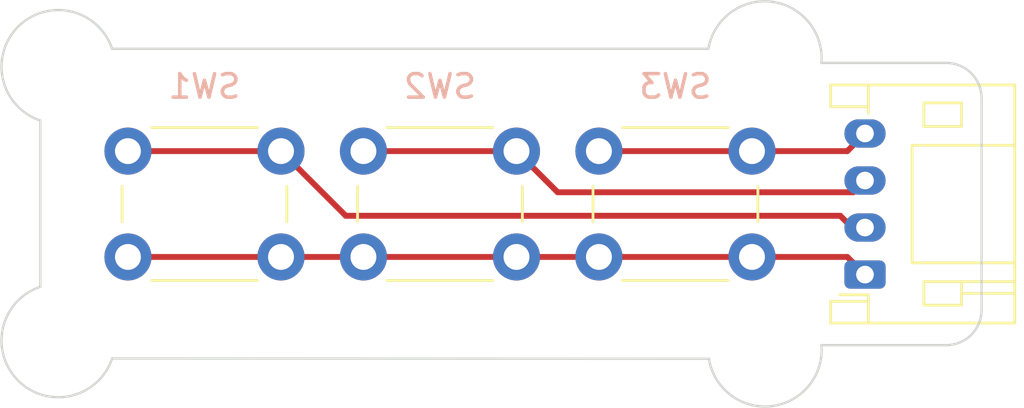
<source format=kicad_pcb>
(kicad_pcb (version 20211014) (generator pcbnew)
  (layers (0 "F.Cu" signal) (31 "B.Cu" signal) (34 "B.Paste" user) (35 "F.Paste" user) (36 "B.SilkS" user "B.Silkscreen") (37 "F.SilkS" user "F.Silkscreen") (38 "B.Mask" user) (39 "F.Mask" user) (44 "Edge.Cuts" user))
  (net 0 "")
  (net 1 "Net-(J1-Pad1)")
  (net 2 "Net-(J1-Pad2)")
  (net 3 "Net-(J1-Pad3)")
  (net 4 "Net-(J1-Pad4)")
  (footprint "MountingHole:MountingHole_2.2mm_M2" (layer "F.Cu") (at 113.8 71.2)
    (fp_text reference "REF**" hide)
    (fp_text value "MountingHole_2.2mm_M2" hide)
    (pad "" np_thru_hole circle locked (at 0 0) (size 2.2 2.2) (drill 2.2) (layers F&B.Cu *.Mask))
  )
  (footprint "Button_Switch_THT:SW_PUSH_6mm_H5mm" (layer "F.Cu") (at 116.75 74.75)
    (fp_text reference "SW1" (at 3.25 -2.75) (layer "B.SilkS") (effects (justify mirror)))
    (fp_text value "Select" hide)
    (fp_line (start 5.5 -1) (end 1 -1) (layer "F.SilkS") (width 0.12))
    (fp_line (start 6.75 3) (end 6.75 1.5) (layer "F.SilkS") (width 0.12))
    (fp_line (start -0.25 1.5) (end -0.25 3) (layer "F.SilkS") (width 0.12))
    (fp_line (start 1 5.5) (end 5.5 5.5) (layer "F.SilkS") (width 0.12))
    (pad "1" thru_hole circle (at 0 0 90) (size 2 2) (drill 1.1) (layers *.Cu *.Mask) (net 2 "Net-(J1-Pad2)"))
    (pad "1" thru_hole circle (at 6.5 0 90) (size 2 2) (drill 1.1) (layers *.Cu *.Mask) (net 2 "Net-(J1-Pad2)"))
    (pad "2" thru_hole circle (at 0 4.5 90) (size 2 2) (drill 1.1) (layers *.Cu *.Mask) (net 1 "Net-(J1-Pad1)"))
    (pad "2" thru_hole circle (at 6.5 4.5 90) (size 2 2) (drill 1.1) (layers *.Cu *.Mask) (net 1 "Net-(J1-Pad1)"))
  )
  (footprint "Connector_JST:JST_PH_S4B-PH-K_1x04_P2.00mm_Horizontal" (layer "F.Cu") (at 148.05 80 90)
    (fp_text reference "J1" hide)
    (fp_text value "Conn_01x04" hide)
    (fp_line (start -0.8 4.1) (end -0.8 6.36) (layer "F.SilkS") (width 0.12))
    (fp_line (start 0.5 2) (end 5.5 2) (layer "F.SilkS") (width 0.12))
    (fp_line (start 7.3 2.5) (end 7.3 4.1) (layer "F.SilkS") (width 0.12))
    (fp_line (start -2.06 0.14) (end -1.14 0.14) (layer "F.SilkS") (width 0.12))
    (fp_line (start -1.14 -1.46) (end -2.06 -1.46) (layer "F.SilkS") (width 0.12))
    (fp_line (start -0.86 0.14) (end -1.14 0.14) (layer "F.SilkS") (width 0.12))
    (fp_line (start -2.06 -1.46) (end -2.06 6.36) (layer "F.SilkS") (width 0.12))
    (fp_line (start -1.3 4.1) (end -0.3 4.1) (layer "F.SilkS") (width 0.12))
    (fp_line (start 0.5 6.36) (end 0.5 2) (layer "F.SilkS") (width 0.12))
    (fp_line (start 7.14 0.14) (end 6.86 0.14) (layer "F.SilkS") (width 0.12))
    (fp_line (start -1.3 2.5) (end -1.3 4.1) (layer "F.SilkS") (width 0.12))
    (fp_line (start 5.5 2) (end 5.5 6.36) (layer "F.SilkS") (width 0.12))
    (fp_line (start 6.3 4.1) (end 6.3 2.5) (layer "F.SilkS") (width 0.12))
    (fp_line (start 7.3 4.1) (end 6.3 4.1) (layer "F.SilkS") (width 0.12))
    (fp_line (start 7.14 -1.46) (end 7.14 0.14) (layer "F.SilkS") (width 0.12))
    (fp_line (start -0.3 4.1) (end -0.3 2.5) (layer "F.SilkS") (width 0.12))
    (fp_line (start -2.06 6.36) (end 8.06 6.36) (layer "F.SilkS") (width 0.12))
    (fp_line (start 8.06 6.36) (end 8.06 -1.46) (layer "F.SilkS") (width 0.12))
    (fp_line (start -0.3 2.5) (end -1.3 2.5) (layer "F.SilkS") (width 0.12))
    (fp_line (start 6.3 2.5) (end 7.3 2.5) (layer "F.SilkS") (width 0.12))
    (fp_line (start -1.14 0.14) (end -1.14 -1.46) (layer "F.SilkS") (width 0.12))
    (fp_line (start 8.06 -1.46) (end 7.14 -1.46) (layer "F.SilkS") (width 0.12))
    (fp_line (start -0.3 4.1) (end -0.3 6.36) (layer "F.SilkS") (width 0.12))
    (fp_line (start 8.06 0.14) (end 7.14 0.14) (layer "F.SilkS") (width 0.12))
    (fp_line (start -0.86 0.14) (end -0.86 -1.075) (layer "F.SilkS") (width 0.12))
    (pad "1" thru_hole roundrect (at 0 0 90) (size 1.2 1.75) (drill 0.75) (layers *.Cu *.Mask) (roundrect_rratio 0.2083333333) (net 1 "Net-(J1-Pad1)"))
    (pad "2" thru_hole oval (at 2 0 90) (size 1.2 1.75) (drill 0.75) (layers *.Cu *.Mask) (net 2 "Net-(J1-Pad2)"))
    (pad "3" thru_hole oval (at 4 0 90) (size 1.2 1.75) (drill 0.75) (layers *.Cu *.Mask) (net 3 "Net-(J1-Pad3)"))
    (pad "4" thru_hole oval (at 6 0 90) (size 1.2 1.75) (drill 0.75) (layers *.Cu *.Mask) (net 4 "Net-(J1-Pad4)"))
  )
  (footprint "Button_Switch_THT:SW_PUSH_6mm_H5mm" (layer "F.Cu") (at 136.75 74.75)
    (fp_text reference "SW3" (at 3.25 -2.75) (layer "B.SilkS") (effects (justify mirror)))
    (fp_text value "Start" hide)
    (fp_line (start -0.25 1.5) (end -0.25 3) (layer "F.SilkS") (width 0.12))
    (fp_line (start 6.75 3) (end 6.75 1.5) (layer "F.SilkS") (width 0.12))
    (fp_line (start 5.5 -1) (end 1 -1) (layer "F.SilkS") (width 0.12))
    (fp_line (start 1 5.5) (end 5.5 5.5) (layer "F.SilkS") (width 0.12))
    (pad "1" thru_hole circle (at 0 0 90) (size 2 2) (drill 1.1) (layers *.Cu *.Mask) (net 4 "Net-(J1-Pad4)"))
    (pad "1" thru_hole circle (at 6.5 0 90) (size 2 2) (drill 1.1) (layers *.Cu *.Mask) (net 4 "Net-(J1-Pad4)"))
    (pad "2" thru_hole circle (at 0 4.5 90) (size 2 2) (drill 1.1) (layers *.Cu *.Mask) (net 1 "Net-(J1-Pad1)"))
    (pad "2" thru_hole circle (at 6.5 4.5 90) (size 2 2) (drill 1.1) (layers *.Cu *.Mask) (net 1 "Net-(J1-Pad1)"))
  )
  (footprint "Button_Switch_THT:SW_PUSH_6mm_H5mm" (layer "F.Cu") (at 126.75 74.75)
    (fp_text reference "SW2" (at 3.25 -2.75) (layer "B.SilkS") (effects (justify mirror)))
    (fp_text value "OS" hide)
    (fp_line (start 1 5.5) (end 5.5 5.5) (layer "F.SilkS") (width 0.12))
    (fp_line (start 6.75 3) (end 6.75 1.5) (layer "F.SilkS") (width 0.12))
    (fp_line (start -0.25 1.5) (end -0.25 3) (layer "F.SilkS") (width 0.12))
    (fp_line (start 5.5 -1) (end 1 -1) (layer "F.SilkS") (width 0.12))
    (pad "1" thru_hole circle (at 0 0 90) (size 2 2) (drill 1.1) (layers *.Cu *.Mask) (net 3 "Net-(J1-Pad3)"))
    (pad "1" thru_hole circle (at 6.5 0 90) (size 2 2) (drill 1.1) (layers *.Cu *.Mask) (net 3 "Net-(J1-Pad3)"))
    (pad "2" thru_hole circle (at 6.5 4.5 90) (size 2 2) (drill 1.1) (layers *.Cu *.Mask) (net 1 "Net-(J1-Pad1)"))
    (pad "2" thru_hole circle (at 0 4.5 90) (size 2 2) (drill 1.1) (layers *.Cu *.Mask) (net 1 "Net-(J1-Pad1)"))
  )
  (footprint "MountingHole:MountingHole_2.2mm_M2" (layer "F.Cu") (at 113.792 82.804)
    (fp_text reference "REF**" hide)
    (fp_text value "MountingHole_2.2mm_M2" hide)
    (pad "" np_thru_hole circle locked (at 0 0) (size 2.2 2.2) (drill 2.2) (layers *.Cu *.Mask))
  )
  (footprint "MountingHole:MountingHole_2.2mm_M2" (layer "F.Cu") (at 143.8 83.2)
    (fp_text reference "REF**" hide)
    (fp_text value "MountingHole_2.2mm_M2" hide)
    (pad "" np_thru_hole circle locked (at 0 0) (size 2.2 2.2) (drill 2.2) (layers F&B.Cu *.Mask))
  )
  (footprint "MountingHole:MountingHole_2.2mm_M2" (layer "F.Cu") (at 143.8 70.8)
    (fp_text reference "REF**" hide)
    (fp_text value "MountingHole_2.2mm_M2" hide)
    (pad "" np_thru_hole circle locked (at 0 0) (size 2.2 2.2) (drill 2.2) (layers F&B.Cu *.Mask))
  )
  (gr_arc (start 151.5 71) (mid 152.56066 71.43934) (end 153 72.5) (layer "Edge.Cuts") (width 0.1))
  (gr_line (start 146.199036 70.99992) (end 151.5 71) (layer "Edge.Cuts") (width 0.1))
  (gr_arc (start 153 81.5) (mid 152.56066 82.56066) (end 151.5 83) (layer "Edge.Cuts") (width 0.1))
  (gr_arc (start 113.03 73.447999) (mid 112.088117 69.458117) (end 116.077999 70.4) (layer "Edge.Cuts") (width 0.1))
  (gr_arc (start 141.4 70.4) (mid 144.087361 68.39737) (end 146.199036 70.99992) (layer "Edge.Cuts") (width 0.1))
  (gr_line (start 153 72.5) (end 153 81.5) (layer "Edge.Cuts") (width 0.1))
  (gr_line (start 113.03 73.447999) (end 113.03 80.518) (layer "Edge.Cuts") (width 0.1))
  (gr_line (start 116.077999 83.565999) (end 141.421634 83.578642) (layer "Edge.Cuts") (width 0.1))
  (gr_line (start 151.5 83) (end 146.2 83) (layer "Edge.Cuts") (width 0.1))
  (gr_line (start 116.077999 70.4) (end 141.4 70.4) (layer "Edge.Cuts") (width 0.1))
  (gr_arc (start 116.077999 83.565999) (mid 112.088117 84.507882) (end 113.03 80.518) (layer "Edge.Cuts") (width 0.1))
  (gr_arc (start 146.199999 83) (mid 144.089523 85.590852) (end 141.421634 83.578642) (layer "Edge.Cuts") (width 0.1))
  (segment (start 116.75 79.25) (end 147.3 79.25) (width 0.25) (layer "F.Cu") (net 1))
  (segment (start 147.3 79.25) (end 148.05 80) (width 0.25) (layer "F.Cu") (net 1))
  (segment (start 147 77.5) (end 126 77.5) (width 0.25) (layer "F.Cu") (net 2))
  (segment (start 126 77.5) (end 123.25 74.75) (width 0.25) (layer "F.Cu") (net 2))
  (segment (start 116.75 74.75) (end 123.25 74.75) (width 0.25) (layer "F.Cu") (net 2))
  (segment (start 147.5 78) (end 147 77.5) (width 0.25) (layer "F.Cu") (net 2))
  (segment (start 148.05 78) (end 147.5 78) (width 0.25) (layer "F.Cu") (net 2))
  (segment (start 126.75 74.75) (end 133.25 74.75) (width 0.25) (layer "F.Cu") (net 3))
  (segment (start 133.25 74.75) (end 135 76.5) (width 0.25) (layer "F.Cu") (net 3))
  (segment (start 147.55 76.5) (end 148.05 76) (width 0.25) (layer "F.Cu") (net 3))
  (segment (start 135 76.5) (end 147.55 76.5) (width 0.25) (layer "F.Cu") (net 3))
  (segment (start 136.75 74.75) (end 143.25 74.75) (width 0.25) (layer "F.Cu") (net 4))
  (segment (start 147.3 74.75) (end 148.05 74) (width 0.25) (layer "F.Cu") (net 4))
  (segment (start 143.25 74.75) (end 147.3 74.75) (width 0.25) (layer "F.Cu") (net 4))
)
</source>
